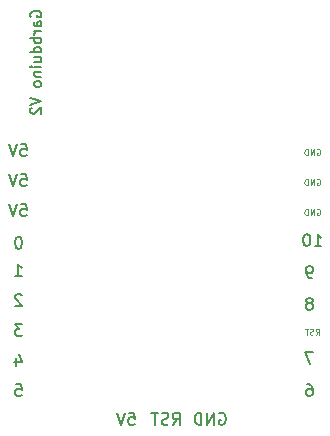
<source format=gbr>
G04 #@! TF.GenerationSoftware,KiCad,Pcbnew,(5.1.9)-1*
G04 #@! TF.CreationDate,2021-03-27T20:38:15-07:00*
G04 #@! TF.ProjectId,attiny_arduino_serial,61747469-6e79-45f6-9172-6475696e6f5f,rev?*
G04 #@! TF.SameCoordinates,Original*
G04 #@! TF.FileFunction,Legend,Bot*
G04 #@! TF.FilePolarity,Positive*
%FSLAX46Y46*%
G04 Gerber Fmt 4.6, Leading zero omitted, Abs format (unit mm)*
G04 Created by KiCad (PCBNEW (5.1.9)-1) date 2021-03-27 20:38:15*
%MOMM*%
%LPD*%
G01*
G04 APERTURE LIST*
%ADD10C,0.130000*%
%ADD11C,0.150000*%
%ADD12C,0.100000*%
G04 APERTURE END LIST*
D10*
X87688000Y-25098857D02*
X87645142Y-25013142D01*
X87645142Y-24884571D01*
X87688000Y-24756000D01*
X87773714Y-24670285D01*
X87859428Y-24627428D01*
X88030857Y-24584571D01*
X88159428Y-24584571D01*
X88330857Y-24627428D01*
X88416571Y-24670285D01*
X88502285Y-24756000D01*
X88545142Y-24884571D01*
X88545142Y-24970285D01*
X88502285Y-25098857D01*
X88459428Y-25141714D01*
X88159428Y-25141714D01*
X88159428Y-24970285D01*
X88545142Y-25913142D02*
X88073714Y-25913142D01*
X87988000Y-25870285D01*
X87945142Y-25784571D01*
X87945142Y-25613142D01*
X87988000Y-25527428D01*
X88502285Y-25913142D02*
X88545142Y-25827428D01*
X88545142Y-25613142D01*
X88502285Y-25527428D01*
X88416571Y-25484571D01*
X88330857Y-25484571D01*
X88245142Y-25527428D01*
X88202285Y-25613142D01*
X88202285Y-25827428D01*
X88159428Y-25913142D01*
X88545142Y-26341714D02*
X87945142Y-26341714D01*
X88116571Y-26341714D02*
X88030857Y-26384571D01*
X87988000Y-26427428D01*
X87945142Y-26513142D01*
X87945142Y-26598857D01*
X88545142Y-26898857D02*
X87645142Y-26898857D01*
X87988000Y-26898857D02*
X87945142Y-26984571D01*
X87945142Y-27156000D01*
X87988000Y-27241714D01*
X88030857Y-27284571D01*
X88116571Y-27327428D01*
X88373714Y-27327428D01*
X88459428Y-27284571D01*
X88502285Y-27241714D01*
X88545142Y-27156000D01*
X88545142Y-26984571D01*
X88502285Y-26898857D01*
X88545142Y-28098857D02*
X87645142Y-28098857D01*
X88502285Y-28098857D02*
X88545142Y-28013142D01*
X88545142Y-27841714D01*
X88502285Y-27756000D01*
X88459428Y-27713142D01*
X88373714Y-27670285D01*
X88116571Y-27670285D01*
X88030857Y-27713142D01*
X87988000Y-27756000D01*
X87945142Y-27841714D01*
X87945142Y-28013142D01*
X87988000Y-28098857D01*
X87945142Y-28913142D02*
X88545142Y-28913142D01*
X87945142Y-28527428D02*
X88416571Y-28527428D01*
X88502285Y-28570285D01*
X88545142Y-28656000D01*
X88545142Y-28784571D01*
X88502285Y-28870285D01*
X88459428Y-28913142D01*
X88545142Y-29341714D02*
X87945142Y-29341714D01*
X87645142Y-29341714D02*
X87688000Y-29298857D01*
X87730857Y-29341714D01*
X87688000Y-29384571D01*
X87645142Y-29341714D01*
X87730857Y-29341714D01*
X87945142Y-29770285D02*
X88545142Y-29770285D01*
X88030857Y-29770285D02*
X87988000Y-29813142D01*
X87945142Y-29898857D01*
X87945142Y-30027428D01*
X87988000Y-30113142D01*
X88073714Y-30156000D01*
X88545142Y-30156000D01*
X88545142Y-30713142D02*
X88502285Y-30627428D01*
X88459428Y-30584571D01*
X88373714Y-30541714D01*
X88116571Y-30541714D01*
X88030857Y-30584571D01*
X87988000Y-30627428D01*
X87945142Y-30713142D01*
X87945142Y-30841714D01*
X87988000Y-30927428D01*
X88030857Y-30970285D01*
X88116571Y-31013142D01*
X88373714Y-31013142D01*
X88459428Y-30970285D01*
X88502285Y-30927428D01*
X88545142Y-30841714D01*
X88545142Y-30713142D01*
X87645142Y-31956000D02*
X88545142Y-32256000D01*
X87645142Y-32556000D01*
X87730857Y-32813142D02*
X87688000Y-32856000D01*
X87645142Y-32941714D01*
X87645142Y-33156000D01*
X87688000Y-33241714D01*
X87730857Y-33284571D01*
X87816571Y-33327428D01*
X87902285Y-33327428D01*
X88030857Y-33284571D01*
X88545142Y-32770285D01*
X88545142Y-33327428D01*
D11*
X103631904Y-58682000D02*
X103727142Y-58634380D01*
X103870000Y-58634380D01*
X104012857Y-58682000D01*
X104108095Y-58777238D01*
X104155714Y-58872476D01*
X104203333Y-59062952D01*
X104203333Y-59205809D01*
X104155714Y-59396285D01*
X104108095Y-59491523D01*
X104012857Y-59586761D01*
X103870000Y-59634380D01*
X103774761Y-59634380D01*
X103631904Y-59586761D01*
X103584285Y-59539142D01*
X103584285Y-59205809D01*
X103774761Y-59205809D01*
X103155714Y-59634380D02*
X103155714Y-58634380D01*
X102584285Y-59634380D01*
X102584285Y-58634380D01*
X102108095Y-59634380D02*
X102108095Y-58634380D01*
X101870000Y-58634380D01*
X101727142Y-58682000D01*
X101631904Y-58777238D01*
X101584285Y-58872476D01*
X101536666Y-59062952D01*
X101536666Y-59205809D01*
X101584285Y-59396285D01*
X101631904Y-59491523D01*
X101727142Y-59586761D01*
X101870000Y-59634380D01*
X102108095Y-59634380D01*
X99692619Y-59634380D02*
X100025952Y-59158190D01*
X100264047Y-59634380D02*
X100264047Y-58634380D01*
X99883095Y-58634380D01*
X99787857Y-58682000D01*
X99740238Y-58729619D01*
X99692619Y-58824857D01*
X99692619Y-58967714D01*
X99740238Y-59062952D01*
X99787857Y-59110571D01*
X99883095Y-59158190D01*
X100264047Y-59158190D01*
X99311666Y-59586761D02*
X99168809Y-59634380D01*
X98930714Y-59634380D01*
X98835476Y-59586761D01*
X98787857Y-59539142D01*
X98740238Y-59443904D01*
X98740238Y-59348666D01*
X98787857Y-59253428D01*
X98835476Y-59205809D01*
X98930714Y-59158190D01*
X99121190Y-59110571D01*
X99216428Y-59062952D01*
X99264047Y-59015333D01*
X99311666Y-58920095D01*
X99311666Y-58824857D01*
X99264047Y-58729619D01*
X99216428Y-58682000D01*
X99121190Y-58634380D01*
X98883095Y-58634380D01*
X98740238Y-58682000D01*
X98454523Y-58634380D02*
X97883095Y-58634380D01*
X98168809Y-59634380D02*
X98168809Y-58634380D01*
X95948476Y-58634380D02*
X96424666Y-58634380D01*
X96472285Y-59110571D01*
X96424666Y-59062952D01*
X96329428Y-59015333D01*
X96091333Y-59015333D01*
X95996095Y-59062952D01*
X95948476Y-59110571D01*
X95900857Y-59205809D01*
X95900857Y-59443904D01*
X95948476Y-59539142D01*
X95996095Y-59586761D01*
X96091333Y-59634380D01*
X96329428Y-59634380D01*
X96424666Y-59586761D01*
X96472285Y-59539142D01*
X95615142Y-58634380D02*
X95281809Y-59634380D01*
X94948476Y-58634380D01*
X111696476Y-44501880D02*
X112267904Y-44501880D01*
X111982190Y-44501880D02*
X111982190Y-43501880D01*
X112077428Y-43644738D01*
X112172666Y-43739976D01*
X112267904Y-43787595D01*
X111077428Y-43501880D02*
X110982190Y-43501880D01*
X110886952Y-43549500D01*
X110839333Y-43597119D01*
X110791714Y-43692357D01*
X110744095Y-43882833D01*
X110744095Y-44120928D01*
X110791714Y-44311404D01*
X110839333Y-44406642D01*
X110886952Y-44454261D01*
X110982190Y-44501880D01*
X111077428Y-44501880D01*
X111172666Y-44454261D01*
X111220285Y-44406642D01*
X111267904Y-44311404D01*
X111315523Y-44120928D01*
X111315523Y-43882833D01*
X111267904Y-43692357D01*
X111220285Y-43597119D01*
X111172666Y-43549500D01*
X111077428Y-43501880D01*
X111442476Y-47201880D02*
X111252000Y-47201880D01*
X111156761Y-47154261D01*
X111109142Y-47106642D01*
X111013904Y-46963785D01*
X110966285Y-46773309D01*
X110966285Y-46392357D01*
X111013904Y-46297119D01*
X111061523Y-46249500D01*
X111156761Y-46201880D01*
X111347238Y-46201880D01*
X111442476Y-46249500D01*
X111490095Y-46297119D01*
X111537714Y-46392357D01*
X111537714Y-46630452D01*
X111490095Y-46725690D01*
X111442476Y-46773309D01*
X111347238Y-46820928D01*
X111156761Y-46820928D01*
X111061523Y-46773309D01*
X111013904Y-46725690D01*
X110966285Y-46630452D01*
X111347238Y-49330452D02*
X111442476Y-49282833D01*
X111490095Y-49235214D01*
X111537714Y-49139976D01*
X111537714Y-49092357D01*
X111490095Y-48997119D01*
X111442476Y-48949500D01*
X111347238Y-48901880D01*
X111156761Y-48901880D01*
X111061523Y-48949500D01*
X111013904Y-48997119D01*
X110966285Y-49092357D01*
X110966285Y-49139976D01*
X111013904Y-49235214D01*
X111061523Y-49282833D01*
X111156761Y-49330452D01*
X111347238Y-49330452D01*
X111442476Y-49378071D01*
X111490095Y-49425690D01*
X111537714Y-49520928D01*
X111537714Y-49711404D01*
X111490095Y-49806642D01*
X111442476Y-49854261D01*
X111347238Y-49901880D01*
X111156761Y-49901880D01*
X111061523Y-49854261D01*
X111013904Y-49806642D01*
X110966285Y-49711404D01*
X110966285Y-49520928D01*
X111013904Y-49425690D01*
X111061523Y-49378071D01*
X111156761Y-49330452D01*
D12*
X111779809Y-52003190D02*
X111946476Y-51765095D01*
X112065523Y-52003190D02*
X112065523Y-51503190D01*
X111875047Y-51503190D01*
X111827428Y-51527000D01*
X111803619Y-51550809D01*
X111779809Y-51598428D01*
X111779809Y-51669857D01*
X111803619Y-51717476D01*
X111827428Y-51741285D01*
X111875047Y-51765095D01*
X112065523Y-51765095D01*
X111589333Y-51979380D02*
X111517904Y-52003190D01*
X111398857Y-52003190D01*
X111351238Y-51979380D01*
X111327428Y-51955571D01*
X111303619Y-51907952D01*
X111303619Y-51860333D01*
X111327428Y-51812714D01*
X111351238Y-51788904D01*
X111398857Y-51765095D01*
X111494095Y-51741285D01*
X111541714Y-51717476D01*
X111565523Y-51693666D01*
X111589333Y-51646047D01*
X111589333Y-51598428D01*
X111565523Y-51550809D01*
X111541714Y-51527000D01*
X111494095Y-51503190D01*
X111375047Y-51503190D01*
X111303619Y-51527000D01*
X111160761Y-51503190D02*
X110875047Y-51503190D01*
X111017904Y-52003190D02*
X111017904Y-51503190D01*
D11*
X111585333Y-53501880D02*
X110918666Y-53501880D01*
X111347238Y-54501880D01*
X111061523Y-56201880D02*
X111252000Y-56201880D01*
X111347238Y-56249500D01*
X111394857Y-56297119D01*
X111490095Y-56439976D01*
X111537714Y-56630452D01*
X111537714Y-57011404D01*
X111490095Y-57106642D01*
X111442476Y-57154261D01*
X111347238Y-57201880D01*
X111156761Y-57201880D01*
X111061523Y-57154261D01*
X111013904Y-57106642D01*
X110966285Y-57011404D01*
X110966285Y-56773309D01*
X111013904Y-56678071D01*
X111061523Y-56630452D01*
X111156761Y-56582833D01*
X111347238Y-56582833D01*
X111442476Y-56630452D01*
X111490095Y-56678071D01*
X111537714Y-56773309D01*
D12*
X111886952Y-41406000D02*
X111934571Y-41382190D01*
X112006000Y-41382190D01*
X112077428Y-41406000D01*
X112125047Y-41453619D01*
X112148857Y-41501238D01*
X112172666Y-41596476D01*
X112172666Y-41667904D01*
X112148857Y-41763142D01*
X112125047Y-41810761D01*
X112077428Y-41858380D01*
X112006000Y-41882190D01*
X111958380Y-41882190D01*
X111886952Y-41858380D01*
X111863142Y-41834571D01*
X111863142Y-41667904D01*
X111958380Y-41667904D01*
X111648857Y-41882190D02*
X111648857Y-41382190D01*
X111363142Y-41882190D01*
X111363142Y-41382190D01*
X111125047Y-41882190D02*
X111125047Y-41382190D01*
X111006000Y-41382190D01*
X110934571Y-41406000D01*
X110886952Y-41453619D01*
X110863142Y-41501238D01*
X110839333Y-41596476D01*
X110839333Y-41667904D01*
X110863142Y-41763142D01*
X110886952Y-41810761D01*
X110934571Y-41858380D01*
X111006000Y-41882190D01*
X111125047Y-41882190D01*
X111886952Y-38866000D02*
X111934571Y-38842190D01*
X112006000Y-38842190D01*
X112077428Y-38866000D01*
X112125047Y-38913619D01*
X112148857Y-38961238D01*
X112172666Y-39056476D01*
X112172666Y-39127904D01*
X112148857Y-39223142D01*
X112125047Y-39270761D01*
X112077428Y-39318380D01*
X112006000Y-39342190D01*
X111958380Y-39342190D01*
X111886952Y-39318380D01*
X111863142Y-39294571D01*
X111863142Y-39127904D01*
X111958380Y-39127904D01*
X111648857Y-39342190D02*
X111648857Y-38842190D01*
X111363142Y-39342190D01*
X111363142Y-38842190D01*
X111125047Y-39342190D02*
X111125047Y-38842190D01*
X111006000Y-38842190D01*
X110934571Y-38866000D01*
X110886952Y-38913619D01*
X110863142Y-38961238D01*
X110839333Y-39056476D01*
X110839333Y-39127904D01*
X110863142Y-39223142D01*
X110886952Y-39270761D01*
X110934571Y-39318380D01*
X111006000Y-39342190D01*
X111125047Y-39342190D01*
X111886952Y-36326000D02*
X111934571Y-36302190D01*
X112006000Y-36302190D01*
X112077428Y-36326000D01*
X112125047Y-36373619D01*
X112148857Y-36421238D01*
X112172666Y-36516476D01*
X112172666Y-36587904D01*
X112148857Y-36683142D01*
X112125047Y-36730761D01*
X112077428Y-36778380D01*
X112006000Y-36802190D01*
X111958380Y-36802190D01*
X111886952Y-36778380D01*
X111863142Y-36754571D01*
X111863142Y-36587904D01*
X111958380Y-36587904D01*
X111648857Y-36802190D02*
X111648857Y-36302190D01*
X111363142Y-36802190D01*
X111363142Y-36302190D01*
X111125047Y-36802190D02*
X111125047Y-36302190D01*
X111006000Y-36302190D01*
X110934571Y-36326000D01*
X110886952Y-36373619D01*
X110863142Y-36421238D01*
X110839333Y-36516476D01*
X110839333Y-36587904D01*
X110863142Y-36683142D01*
X110886952Y-36730761D01*
X110934571Y-36778380D01*
X111006000Y-36802190D01*
X111125047Y-36802190D01*
D11*
X86375904Y-56201880D02*
X86852095Y-56201880D01*
X86899714Y-56678071D01*
X86852095Y-56630452D01*
X86756857Y-56582833D01*
X86518761Y-56582833D01*
X86423523Y-56630452D01*
X86375904Y-56678071D01*
X86328285Y-56773309D01*
X86328285Y-57011404D01*
X86375904Y-57106642D01*
X86423523Y-57154261D01*
X86518761Y-57201880D01*
X86756857Y-57201880D01*
X86852095Y-57154261D01*
X86899714Y-57106642D01*
X86423523Y-53995214D02*
X86423523Y-54661880D01*
X86661619Y-53614261D02*
X86899714Y-54328547D01*
X86280666Y-54328547D01*
X86947333Y-51121880D02*
X86328285Y-51121880D01*
X86661619Y-51502833D01*
X86518761Y-51502833D01*
X86423523Y-51550452D01*
X86375904Y-51598071D01*
X86328285Y-51693309D01*
X86328285Y-51931404D01*
X86375904Y-52026642D01*
X86423523Y-52074261D01*
X86518761Y-52121880D01*
X86804476Y-52121880D01*
X86899714Y-52074261D01*
X86947333Y-52026642D01*
X86899714Y-48677119D02*
X86852095Y-48629500D01*
X86756857Y-48581880D01*
X86518761Y-48581880D01*
X86423523Y-48629500D01*
X86375904Y-48677119D01*
X86328285Y-48772357D01*
X86328285Y-48867595D01*
X86375904Y-49010452D01*
X86947333Y-49581880D01*
X86328285Y-49581880D01*
X86328285Y-47041880D02*
X86899714Y-47041880D01*
X86614000Y-47041880D02*
X86614000Y-46041880D01*
X86709238Y-46184738D01*
X86804476Y-46279976D01*
X86899714Y-46327595D01*
X86566380Y-44732119D02*
X86661619Y-44732119D01*
X86756857Y-44684500D01*
X86804476Y-44636880D01*
X86852095Y-44541642D01*
X86899714Y-44351166D01*
X86899714Y-44113071D01*
X86852095Y-43922595D01*
X86804476Y-43827357D01*
X86756857Y-43779738D01*
X86661619Y-43732119D01*
X86566380Y-43732119D01*
X86471142Y-43779738D01*
X86423523Y-43827357D01*
X86375904Y-43922595D01*
X86328285Y-44113071D01*
X86328285Y-44351166D01*
X86375904Y-44541642D01*
X86423523Y-44636880D01*
X86471142Y-44684500D01*
X86566380Y-44732119D01*
X86804476Y-40961880D02*
X87280666Y-40961880D01*
X87328285Y-41438071D01*
X87280666Y-41390452D01*
X87185428Y-41342833D01*
X86947333Y-41342833D01*
X86852095Y-41390452D01*
X86804476Y-41438071D01*
X86756857Y-41533309D01*
X86756857Y-41771404D01*
X86804476Y-41866642D01*
X86852095Y-41914261D01*
X86947333Y-41961880D01*
X87185428Y-41961880D01*
X87280666Y-41914261D01*
X87328285Y-41866642D01*
X86471142Y-40961880D02*
X86137809Y-41961880D01*
X85804476Y-40961880D01*
X86804476Y-38421880D02*
X87280666Y-38421880D01*
X87328285Y-38898071D01*
X87280666Y-38850452D01*
X87185428Y-38802833D01*
X86947333Y-38802833D01*
X86852095Y-38850452D01*
X86804476Y-38898071D01*
X86756857Y-38993309D01*
X86756857Y-39231404D01*
X86804476Y-39326642D01*
X86852095Y-39374261D01*
X86947333Y-39421880D01*
X87185428Y-39421880D01*
X87280666Y-39374261D01*
X87328285Y-39326642D01*
X86471142Y-38421880D02*
X86137809Y-39421880D01*
X85804476Y-38421880D01*
X86804476Y-35881880D02*
X87280666Y-35881880D01*
X87328285Y-36358071D01*
X87280666Y-36310452D01*
X87185428Y-36262833D01*
X86947333Y-36262833D01*
X86852095Y-36310452D01*
X86804476Y-36358071D01*
X86756857Y-36453309D01*
X86756857Y-36691404D01*
X86804476Y-36786642D01*
X86852095Y-36834261D01*
X86947333Y-36881880D01*
X87185428Y-36881880D01*
X87280666Y-36834261D01*
X87328285Y-36786642D01*
X86471142Y-35881880D02*
X86137809Y-36881880D01*
X85804476Y-35881880D01*
M02*

</source>
